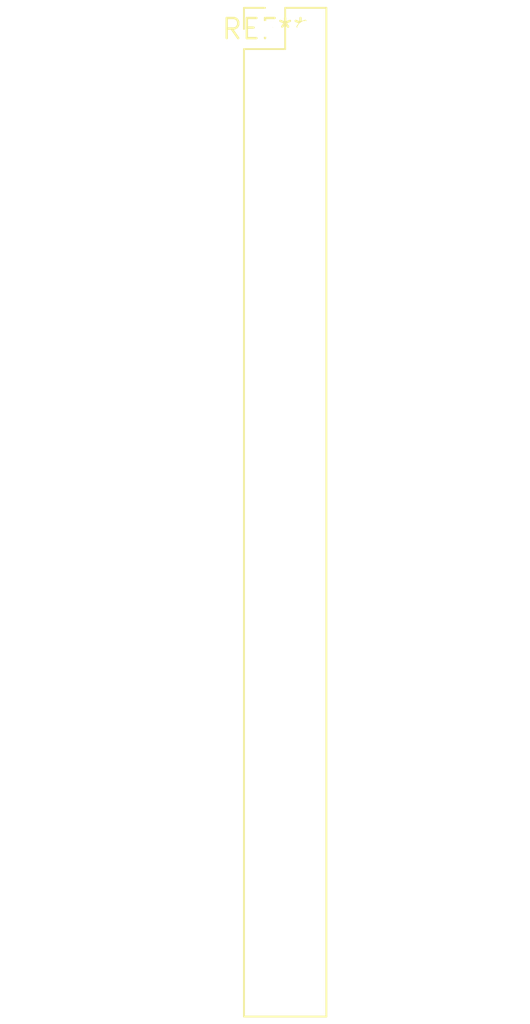
<source format=kicad_pcb>
(kicad_pcb (version 20240108) (generator pcbnew)
  (layers (0 "F.Cu" signal) (31 "B.Cu" signal) (34 "B.Paste" user) (35 "F.Paste" user) (36 "B.SilkS" user "B.Silkscreen") (37 "F.SilkS" user "F.Silkscreen") (38 "B.Mask" user) (39 "F.Mask" user) (44 "Edge.Cuts" user))
  (net 0 "")
  (footprint "PinHeader_2x25_P2.54mm_Vertical" (layer "F.Cu") (at 0 0)
    (property "Reference" "REF**")
    (property "Value" "PinHeader_2x25_P2.54mm_Vertical")
    (fp_line (start -1.33 -1.33) (end 0 -1.33) (layer "F.SilkS") (stroke (width 0.12)))
    (fp_line (start -1.33 0) (end -1.33 -1.33) (layer "F.SilkS") (stroke (width 0.12)))
    (fp_line (start -1.33 1.27) (end -1.33 62.29) (layer "F.SilkS") (stroke (width 0.12)))
    (fp_line (start -1.33 1.27) (end 1.27 1.27) (layer "F.SilkS") (stroke (width 0.12)))
    (fp_line (start -1.33 62.29) (end 3.87 62.29) (layer "F.SilkS") (stroke (width 0.12)))
    (fp_line (start 1.27 -1.33) (end 3.87 -1.33) (layer "F.SilkS") (stroke (width 0.12)))
    (fp_line (start 1.27 1.27) (end 1.27 -1.33) (layer "F.SilkS") (stroke (width 0.12)))
    (fp_line (start 3.87 -1.33) (end 3.87 62.29) (layer "F.SilkS") (stroke (width 0.12)))
    (pad "1" thru_hole rect (at 0 0) (size 1.7 1.7) (drill 1) (layers *.Cu *.Mask) (remove_unused_layers))
    (pad "2" thru_hole oval (at 2.54 0) (size 1.7 1.7) (drill 1) (layers *.Cu *.Mask) (remove_unused_layers))
    (pad "3" thru_hole oval (at 0 2.54) (size 1.7 1.7) (drill 1) (layers *.Cu *.Mask) (remove_unused_layers))
    (pad "4" thru_hole oval (at 2.54 2.54) (size 1.7 1.7) (drill 1) (layers *.Cu *.Mask) (remove_unused_layers))
    (pad "5" thru_hole oval (at 0 5.08) (size 1.7 1.7) (drill 1) (layers *.Cu *.Mask) (remove_unused_layers))
    (pad "6" thru_hole oval (at 2.54 5.08) (size 1.7 1.7) (drill 1) (layers *.Cu *.Mask) (remove_unused_layers))
    (pad "7" thru_hole oval (at 0 7.62) (size 1.7 1.7) (drill 1) (layers *.Cu *.Mask) (remove_unused_layers))
    (pad "8" thru_hole oval (at 2.54 7.62) (size 1.7 1.7) (drill 1) (layers *.Cu *.Mask) (remove_unused_layers))
    (pad "9" thru_hole oval (at 0 10.16) (size 1.7 1.7) (drill 1) (layers *.Cu *.Mask) (remove_unused_layers))
    (pad "10" thru_hole oval (at 2.54 10.16) (size 1.7 1.7) (drill 1) (layers *.Cu *.Mask) (remove_unused_layers))
    (pad "11" thru_hole oval (at 0 12.7) (size 1.7 1.7) (drill 1) (layers *.Cu *.Mask) (remove_unused_layers))
    (pad "12" thru_hole oval (at 2.54 12.7) (size 1.7 1.7) (drill 1) (layers *.Cu *.Mask) (remove_unused_layers))
    (pad "13" thru_hole oval (at 0 15.24) (size 1.7 1.7) (drill 1) (layers *.Cu *.Mask) (remove_unused_layers))
    (pad "14" thru_hole oval (at 2.54 15.24) (size 1.7 1.7) (drill 1) (layers *.Cu *.Mask) (remove_unused_layers))
    (pad "15" thru_hole oval (at 0 17.78) (size 1.7 1.7) (drill 1) (layers *.Cu *.Mask) (remove_unused_layers))
    (pad "16" thru_hole oval (at 2.54 17.78) (size 1.7 1.7) (drill 1) (layers *.Cu *.Mask) (remove_unused_layers))
    (pad "17" thru_hole oval (at 0 20.32) (size 1.7 1.7) (drill 1) (layers *.Cu *.Mask) (remove_unused_layers))
    (pad "18" thru_hole oval (at 2.54 20.32) (size 1.7 1.7) (drill 1) (layers *.Cu *.Mask) (remove_unused_layers))
    (pad "19" thru_hole oval (at 0 22.86) (size 1.7 1.7) (drill 1) (layers *.Cu *.Mask) (remove_unused_layers))
    (pad "20" thru_hole oval (at 2.54 22.86) (size 1.7 1.7) (drill 1) (layers *.Cu *.Mask) (remove_unused_layers))
    (pad "21" thru_hole oval (at 0 25.4) (size 1.7 1.7) (drill 1) (layers *.Cu *.Mask) (remove_unused_layers))
    (pad "22" thru_hole oval (at 2.54 25.4) (size 1.7 1.7) (drill 1) (layers *.Cu *.Mask) (remove_unused_layers))
    (pad "23" thru_hole oval (at 0 27.94) (size 1.7 1.7) (drill 1) (layers *.Cu *.Mask) (remove_unused_layers))
    (pad "24" thru_hole oval (at 2.54 27.94) (size 1.7 1.7) (drill 1) (layers *.Cu *.Mask) (remove_unused_layers))
    (pad "25" thru_hole oval (at 0 30.48) (size 1.7 1.7) (drill 1) (layers *.Cu *.Mask) (remove_unused_layers))
    (pad "26" thru_hole oval (at 2.54 30.48) (size 1.7 1.7) (drill 1) (layers *.Cu *.Mask) (remove_unused_layers))
    (pad "27" thru_hole oval (at 0 33.02) (size 1.7 1.7) (drill 1) (layers *.Cu *.Mask) (remove_unused_layers))
    (pad "28" thru_hole oval (at 2.54 33.02) (size 1.7 1.7) (drill 1) (layers *.Cu *.Mask) (remove_unused_layers))
    (pad "29" thru_hole oval (at 0 35.56) (size 1.7 1.7) (drill 1) (layers *.Cu *.Mask) (remove_unused_layers))
    (pad "30" thru_hole oval (at 2.54 35.56) (size 1.7 1.7) (drill 1) (layers *.Cu *.Mask) (remove_unused_layers))
    (pad "31" thru_hole oval (at 0 38.1) (size 1.7 1.7) (drill 1) (layers *.Cu *.Mask) (remove_unused_layers))
    (pad "32" thru_hole oval (at 2.54 38.1) (size 1.7 1.7) (drill 1) (layers *.Cu *.Mask) (remove_unused_layers))
    (pad "33" thru_hole oval (at 0 40.64) (size 1.7 1.7) (drill 1) (layers *.Cu *.Mask) (remove_unused_layers))
    (pad "34" thru_hole oval (at 2.54 40.64) (size 1.7 1.7) (drill 1) (layers *.Cu *.Mask) (remove_unused_layers))
    (pad "35" thru_hole oval (at 0 43.18) (size 1.7 1.7) (drill 1) (layers *.Cu *.Mask) (remove_unused_layers))
    (pad "36" thru_hole oval (at 2.54 43.18) (size 1.7 1.7) (drill 1) (layers *.Cu *.Mask) (remove_unused_layers))
    (pad "37" thru_hole oval (at 0 45.72) (size 1.7 1.7) (drill 1) (layers *.Cu *.Mask) (remove_unused_layers))
    (pad "38" thru_hole oval (at 2.54 45.72) (size 1.7 1.7) (drill 1) (layers *.Cu *.Mask) (remove_unused_layers))
    (pad "39" thru_hole oval (at 0 48.26) (size 1.7 1.7) (drill 1) (layers *.Cu *.Mask) (remove_unused_layers))
    (pad "40" thru_hole oval (at 2.54 48.26) (size 1.7 1.7) (drill 1) (layers *.Cu *.Mask) (remove_unused_layers))
    (pad "41" thru_hole oval (at 0 50.8) (size 1.7 1.7) (drill 1) (layers *.Cu *.Mask) (remove_unused_layers))
    (pad "42" thru_hole oval (at 2.54 50.8) (size 1.7 1.7) (drill 1) (layers *.Cu *.Mask) (remove_unused_layers))
    (pad "43" thru_hole oval (at 0 53.34) (size 1.7 1.7) (drill 1) (layers *.Cu *.Mask) (remove_unused_layers))
    (pad "44" thru_hole oval (at 2.54 53.34) (size 1.7 1.7) (drill 1) (layers *.Cu *.Mask) (remove_unused_layers))
    (pad "45" thru_hole oval (at 0 55.88) (size 1.7 1.7) (drill 1) (layers *.Cu *.Mask) (remove_unused_layers))
    (pad "46" thru_hole oval (at 2.54 55.88) (size 1.7 1.7) (drill 1) (layers *.Cu *.Mask) (remove_unused_layers))
    (pad "47" thru_hole oval (at 0 58.42) (size 1.7 1.7) (drill 1) (layers *.Cu *.Mask) (remove_unused_layers))
    (pad "48" thru_hole oval (at 2.54 58.42) (size 1.7 1.7) (drill 1) (layers *.Cu *.Mask) (remove_unused_layers))
    (pad "49" thru_hole oval (at 0 60.96) (size 1.7 1.7) (drill 1) (layers *.Cu *.Mask) (remove_unused_layers))
    (pad "50" thru_hole oval (at 2.54 60.96) (size 1.7 1.7) (drill 1) (layers *.Cu *.Mask) (remove_unused_layers))
  )
)
</source>
